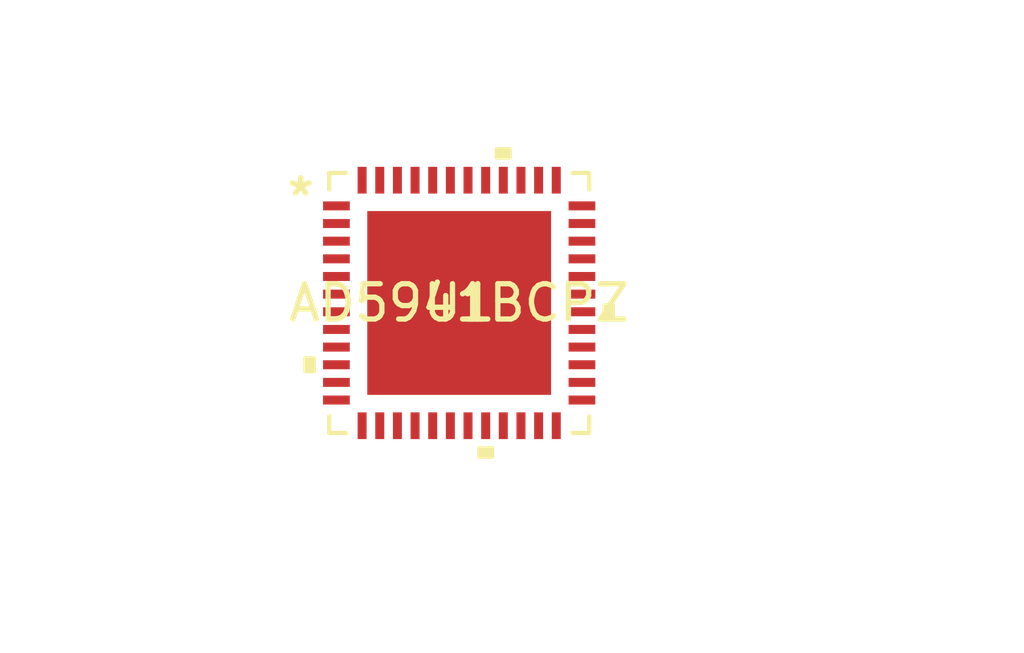
<source format=kicad_pcb>
(kicad_pcb (version 20171130) (host pcbnew "(5.1.12)-1")

  (general
    (thickness 1.6)
    (drawings 0)
    (tracks 0)
    (zones 0)
    (modules 1)
    (nets 50)
  )

  (page A4)
  (layers
    (0 F.Cu signal)
    (31 B.Cu signal)
    (32 B.Adhes user)
    (33 F.Adhes user)
    (34 B.Paste user)
    (35 F.Paste user)
    (36 B.SilkS user)
    (37 F.SilkS user)
    (38 B.Mask user)
    (39 F.Mask user)
    (40 Dwgs.User user)
    (41 Cmts.User user)
    (42 Eco1.User user)
    (43 Eco2.User user)
    (44 Edge.Cuts user)
    (45 Margin user)
    (46 B.CrtYd user)
    (47 F.CrtYd user)
    (48 B.Fab user)
    (49 F.Fab user)
  )

  (setup
    (last_trace_width 0.25)
    (trace_clearance 0.2)
    (zone_clearance 0.508)
    (zone_45_only no)
    (trace_min 0.2)
    (via_size 0.8)
    (via_drill 0.4)
    (via_min_size 0.4)
    (via_min_drill 0.3)
    (uvia_size 0.3)
    (uvia_drill 0.1)
    (uvias_allowed no)
    (uvia_min_size 0.2)
    (uvia_min_drill 0.1)
    (edge_width 0.05)
    (segment_width 0.2)
    (pcb_text_width 0.3)
    (pcb_text_size 1.5 1.5)
    (mod_edge_width 0.12)
    (mod_text_size 1 1)
    (mod_text_width 0.15)
    (pad_size 1.524 1.524)
    (pad_drill 0.762)
    (pad_to_mask_clearance 0)
    (aux_axis_origin 0 0)
    (visible_elements FFFFFF7F)
    (pcbplotparams
      (layerselection 0x010fc_ffffffff)
      (usegerberextensions false)
      (usegerberattributes true)
      (usegerberadvancedattributes true)
      (creategerberjobfile true)
      (excludeedgelayer true)
      (linewidth 0.100000)
      (plotframeref false)
      (viasonmask false)
      (mode 1)
      (useauxorigin false)
      (hpglpennumber 1)
      (hpglpenspeed 20)
      (hpglpendiameter 15.000000)
      (psnegative false)
      (psa4output false)
      (plotreference true)
      (plotvalue true)
      (plotinvisibletext false)
      (padsonsilk false)
      (subtractmaskfromsilk false)
      (outputformat 1)
      (mirror false)
      (drillshape 1)
      (scaleselection 1)
      (outputdirectory ""))
  )

  (net 0 "")
  (net 1 "Net-(U1-Pad49)")
  (net 2 "Net-(U1-Pad48)")
  (net 3 "Net-(U1-Pad47)")
  (net 4 "Net-(U1-Pad46)")
  (net 5 "Net-(U1-Pad45)")
  (net 6 "Net-(U1-Pad44)")
  (net 7 "Net-(U1-Pad43)")
  (net 8 "Net-(U1-Pad42)")
  (net 9 "Net-(U1-Pad41)")
  (net 10 "Net-(U1-Pad40)")
  (net 11 "Net-(U1-Pad39)")
  (net 12 "Net-(U1-Pad38)")
  (net 13 "Net-(U1-Pad37)")
  (net 14 "Net-(U1-Pad36)")
  (net 15 "Net-(U1-Pad35)")
  (net 16 "Net-(U1-Pad34)")
  (net 17 "Net-(U1-Pad33)")
  (net 18 "Net-(U1-Pad32)")
  (net 19 "Net-(U1-Pad31)")
  (net 20 "Net-(U1-Pad30)")
  (net 21 "Net-(U1-Pad29)")
  (net 22 "Net-(U1-Pad28)")
  (net 23 "Net-(U1-Pad27)")
  (net 24 "Net-(U1-Pad26)")
  (net 25 "Net-(U1-Pad25)")
  (net 26 "Net-(U1-Pad24)")
  (net 27 "Net-(U1-Pad23)")
  (net 28 "Net-(U1-Pad22)")
  (net 29 "Net-(U1-Pad21)")
  (net 30 "Net-(U1-Pad20)")
  (net 31 "Net-(U1-Pad19)")
  (net 32 "Net-(U1-Pad18)")
  (net 33 "Net-(U1-Pad17)")
  (net 34 "Net-(U1-Pad16)")
  (net 35 "Net-(U1-Pad15)")
  (net 36 "Net-(U1-Pad14)")
  (net 37 "Net-(U1-Pad13)")
  (net 38 "Net-(U1-Pad12)")
  (net 39 "Net-(U1-Pad11)")
  (net 40 "Net-(U1-Pad10)")
  (net 41 "Net-(U1-Pad9)")
  (net 42 "Net-(U1-Pad8)")
  (net 43 "Net-(U1-Pad7)")
  (net 44 "Net-(U1-Pad6)")
  (net 45 "Net-(U1-Pad5)")
  (net 46 "Net-(U1-Pad4)")
  (net 47 "Net-(U1-Pad3)")
  (net 48 "Net-(U1-Pad2)")
  (net 49 "Net-(U1-Pad1)")

  (net_class Default "This is the default net class."
    (clearance 0.2)
    (trace_width 0.25)
    (via_dia 0.8)
    (via_drill 0.4)
    (uvia_dia 0.3)
    (uvia_drill 0.1)
    (add_net "Net-(U1-Pad1)")
    (add_net "Net-(U1-Pad10)")
    (add_net "Net-(U1-Pad11)")
    (add_net "Net-(U1-Pad12)")
    (add_net "Net-(U1-Pad13)")
    (add_net "Net-(U1-Pad14)")
    (add_net "Net-(U1-Pad15)")
    (add_net "Net-(U1-Pad16)")
    (add_net "Net-(U1-Pad17)")
    (add_net "Net-(U1-Pad18)")
    (add_net "Net-(U1-Pad19)")
    (add_net "Net-(U1-Pad2)")
    (add_net "Net-(U1-Pad20)")
    (add_net "Net-(U1-Pad21)")
    (add_net "Net-(U1-Pad22)")
    (add_net "Net-(U1-Pad23)")
    (add_net "Net-(U1-Pad24)")
    (add_net "Net-(U1-Pad25)")
    (add_net "Net-(U1-Pad26)")
    (add_net "Net-(U1-Pad27)")
    (add_net "Net-(U1-Pad28)")
    (add_net "Net-(U1-Pad29)")
    (add_net "Net-(U1-Pad3)")
    (add_net "Net-(U1-Pad30)")
    (add_net "Net-(U1-Pad31)")
    (add_net "Net-(U1-Pad32)")
    (add_net "Net-(U1-Pad33)")
    (add_net "Net-(U1-Pad34)")
    (add_net "Net-(U1-Pad35)")
    (add_net "Net-(U1-Pad36)")
    (add_net "Net-(U1-Pad37)")
    (add_net "Net-(U1-Pad38)")
    (add_net "Net-(U1-Pad39)")
    (add_net "Net-(U1-Pad4)")
    (add_net "Net-(U1-Pad40)")
    (add_net "Net-(U1-Pad41)")
    (add_net "Net-(U1-Pad42)")
    (add_net "Net-(U1-Pad43)")
    (add_net "Net-(U1-Pad44)")
    (add_net "Net-(U1-Pad45)")
    (add_net "Net-(U1-Pad46)")
    (add_net "Net-(U1-Pad47)")
    (add_net "Net-(U1-Pad48)")
    (add_net "Net-(U1-Pad49)")
    (add_net "Net-(U1-Pad5)")
    (add_net "Net-(U1-Pad6)")
    (add_net "Net-(U1-Pad7)")
    (add_net "Net-(U1-Pad8)")
    (add_net "Net-(U1-Pad9)")
  )

  (module AD5941:AD5941BCPZ (layer F.Cu) (tedit 0) (tstamp 638A99B8)
    (at 100.33 64.77)
    (path /638B25D9)
    (fp_text reference U1 (at 0 0) (layer F.SilkS)
      (effects (font (size 1 1) (thickness 0.15)))
    )
    (fp_text value AD5941BCPZ (at 0 0) (layer F.SilkS)
      (effects (font (size 1 1) (thickness 0.15)))
    )
    (fp_text user * (at -3.0988 -3) (layer F.Fab)
      (effects (font (size 1 1) (thickness 0.15)))
    )
    (fp_text user * (at -4.491 -3) (layer F.SilkS)
      (effects (font (size 1 1) (thickness 0.15)))
    )
    (fp_text user 0.205in/5.207mm (at 5.6515 -0.635) (layer Cmts.User)
      (effects (font (size 1 1) (thickness 0.15)))
    )
    (fp_text user 0.205in/5.207mm (at 0 5.6515) (layer Cmts.User)
      (effects (font (size 1 1) (thickness 0.15)))
    )
    (fp_text user 0.274in/6.955mm (at 9.065399 0.635) (layer Cmts.User)
      (effects (font (size 1 1) (thickness 0.15)))
    )
    (fp_text user 0.274in/6.955mm (at 0 9.065399) (layer Cmts.User)
      (effects (font (size 1 1) (thickness 0.15)))
    )
    (fp_text user 0.01in/0.255mm (at -6.5254 3.4774) (layer Cmts.User)
      (effects (font (size 1 1) (thickness 0.15)))
    )
    (fp_text user 0.03in/0.757mm (at -3.4774 -6.5254) (layer Cmts.User)
      (effects (font (size 1 1) (thickness 0.15)))
    )
    (fp_text user 0.02in/0.5mm (at -5.484 -2.5) (layer Cmts.User)
      (effects (font (size 1 1) (thickness 0.15)))
    )
    (fp_text user * (at -3.0988 -3) (layer F.Fab)
      (effects (font (size 1 1) (thickness 0.15)))
    )
    (fp_text user * (at -4.491 -3) (layer F.SilkS)
      (effects (font (size 1 1) (thickness 0.15)))
    )
    (fp_text user "Copyright 2021 Accelerated Designs. All rights reserved." (at 0 0) (layer Cmts.User)
      (effects (font (size 0.127 0.127) (thickness 0.002)))
    )
    (fp_line (start -3.81 3.81) (end -3.81 3.1314) (layer F.CrtYd) (width 0.05))
    (fp_line (start -3.81 3.1314) (end -4.11 3.1314) (layer F.CrtYd) (width 0.05))
    (fp_line (start -4.11 3.1314) (end -4.11 -3.1314) (layer F.CrtYd) (width 0.05))
    (fp_line (start -4.11 -3.1314) (end -3.81 -3.1314) (layer F.CrtYd) (width 0.05))
    (fp_line (start -3.81 -3.1314) (end -3.81 -3.81) (layer F.CrtYd) (width 0.05))
    (fp_line (start -3.81 -3.81) (end -3.1314 -3.81) (layer F.CrtYd) (width 0.05))
    (fp_line (start -3.1314 -3.81) (end -3.1314 -4.11) (layer F.CrtYd) (width 0.05))
    (fp_line (start -3.1314 -4.11) (end 3.1314 -4.11) (layer F.CrtYd) (width 0.05))
    (fp_line (start 3.1314 -4.11) (end 3.1314 -3.81) (layer F.CrtYd) (width 0.05))
    (fp_line (start 3.1314 -3.81) (end 3.81 -3.81) (layer F.CrtYd) (width 0.05))
    (fp_line (start 3.81 -3.81) (end 3.81 -3.1314) (layer F.CrtYd) (width 0.05))
    (fp_line (start 3.81 -3.1314) (end 4.11 -3.1314) (layer F.CrtYd) (width 0.05))
    (fp_line (start 4.11 -3.1314) (end 4.11 3.1314) (layer F.CrtYd) (width 0.05))
    (fp_line (start 4.11 3.1314) (end 3.81 3.1314) (layer F.CrtYd) (width 0.05))
    (fp_line (start 3.81 3.1314) (end 3.81 3.81) (layer F.CrtYd) (width 0.05))
    (fp_line (start 3.81 3.81) (end 3.1314 3.81) (layer F.CrtYd) (width 0.05))
    (fp_line (start 3.1314 3.81) (end 3.1314 4.11) (layer F.CrtYd) (width 0.05))
    (fp_line (start 3.1314 4.11) (end -3.1314 4.11) (layer F.CrtYd) (width 0.05))
    (fp_line (start -3.1314 4.11) (end -3.1314 3.81) (layer F.CrtYd) (width 0.05))
    (fp_line (start -3.1314 3.81) (end -3.81 3.81) (layer F.CrtYd) (width 0.05))
    (fp_line (start 3.4774 -2.75) (end 6.627 -2.75) (layer Cmts.User) (width 0.1))
    (fp_line (start 3.4774 -2.25) (end 6.627 -2.25) (layer Cmts.User) (width 0.1))
    (fp_line (start 6.246 -2.75) (end 6.246 -4.02) (layer Cmts.User) (width 0.1))
    (fp_line (start 6.246 -2.25) (end 6.246 -0.98) (layer Cmts.User) (width 0.1))
    (fp_line (start 6.246 -2.75) (end 6.119 -3.004) (layer Cmts.User) (width 0.1))
    (fp_line (start 6.246 -2.75) (end 6.373 -3.004) (layer Cmts.User) (width 0.1))
    (fp_line (start 6.119 -3.004) (end 6.373 -3.004) (layer Cmts.User) (width 0.1))
    (fp_line (start 6.246 -2.25) (end 6.119 -1.996) (layer Cmts.User) (width 0.1))
    (fp_line (start 6.246 -2.25) (end 6.373 -1.996) (layer Cmts.User) (width 0.1))
    (fp_line (start 6.119 -1.996) (end 6.373 -1.996) (layer Cmts.User) (width 0.1))
    (fp_line (start 3.0988 -2.75) (end 3.0988 -6.627) (layer Cmts.User) (width 0.1))
    (fp_line (start 3.556 -2.75) (end 3.556 -6.627) (layer Cmts.User) (width 0.1))
    (fp_line (start 3.0988 -6.246) (end 1.8288 -6.246) (layer Cmts.User) (width 0.1))
    (fp_line (start 3.556 -6.246) (end 4.826 -6.246) (layer Cmts.User) (width 0.1))
    (fp_line (start 3.0988 -6.246) (end 2.8448 -6.373) (layer Cmts.User) (width 0.1))
    (fp_line (start 3.0988 -6.246) (end 2.8448 -6.119) (layer Cmts.User) (width 0.1))
    (fp_line (start 2.8448 -6.373) (end 2.8448 -6.119) (layer Cmts.User) (width 0.1))
    (fp_line (start 3.556 -6.246) (end 3.81 -6.373) (layer Cmts.User) (width 0.1))
    (fp_line (start 3.556 -6.246) (end 3.81 -6.119) (layer Cmts.User) (width 0.1))
    (fp_line (start 3.81 -6.373) (end 3.81 -6.119) (layer Cmts.User) (width 0.1))
    (fp_line (start -3.556 -2.75) (end -3.556 -8.531999) (layer Cmts.User) (width 0.1))
    (fp_line (start 3.556 -2.75) (end 3.556 -8.531999) (layer Cmts.User) (width 0.1))
    (fp_line (start -3.556 -8.150999) (end 3.556 -8.150999) (layer Cmts.User) (width 0.1))
    (fp_line (start -3.556 -8.150999) (end -3.302 -8.277999) (layer Cmts.User) (width 0.1))
    (fp_line (start -3.556 -8.150999) (end -3.302 -8.023999) (layer Cmts.User) (width 0.1))
    (fp_line (start -3.302 -8.277999) (end -3.302 -8.023999) (layer Cmts.User) (width 0.1))
    (fp_line (start 3.556 -8.150999) (end 3.302 -8.277999) (layer Cmts.User) (width 0.1))
    (fp_line (start 3.556 -8.150999) (end 3.302 -8.023999) (layer Cmts.User) (width 0.1))
    (fp_line (start 3.302 -8.277999) (end 3.302 -8.023999) (layer Cmts.User) (width 0.1))
    (fp_line (start 2.75 -3.556) (end 8.531999 -3.556) (layer Cmts.User) (width 0.1))
    (fp_line (start 2.75 3.556) (end 8.531999 3.556) (layer Cmts.User) (width 0.1))
    (fp_line (start 8.150999 -3.556) (end 8.150999 3.556) (layer Cmts.User) (width 0.1))
    (fp_line (start 8.150999 -3.556) (end 8.023999 -3.302) (layer Cmts.User) (width 0.1))
    (fp_line (start 8.150999 -3.556) (end 8.277999 -3.302) (layer Cmts.User) (width 0.1))
    (fp_line (start 8.023999 -3.302) (end 8.277999 -3.302) (layer Cmts.User) (width 0.1))
    (fp_line (start 8.150999 3.556) (end 8.023999 3.302) (layer Cmts.User) (width 0.1))
    (fp_line (start 8.150999 3.556) (end 8.277999 3.302) (layer Cmts.User) (width 0.1))
    (fp_line (start 8.023999 3.302) (end 8.277999 3.302) (layer Cmts.User) (width 0.1))
    (fp_line (start 3.556 -3.556) (end -7.261999 -3.556) (layer Cmts.User) (width 0.1))
    (fp_line (start 3.556 3.556) (end -7.261999 3.556) (layer Cmts.User) (width 0.1))
    (fp_line (start -6.880999 -3.556) (end -6.880999 3.556) (layer Cmts.User) (width 0.1))
    (fp_line (start -6.880999 -3.556) (end -7.007999 -3.302) (layer Cmts.User) (width 0.1))
    (fp_line (start -6.880999 -3.556) (end -6.753999 -3.302) (layer Cmts.User) (width 0.1))
    (fp_line (start -7.007999 -3.302) (end -6.753999 -3.302) (layer Cmts.User) (width 0.1))
    (fp_line (start -6.880999 3.556) (end -7.007999 3.302) (layer Cmts.User) (width 0.1))
    (fp_line (start -6.880999 3.556) (end -6.753999 3.302) (layer Cmts.User) (width 0.1))
    (fp_line (start -7.007999 3.302) (end -6.753999 3.302) (layer Cmts.User) (width 0.1))
    (fp_line (start -3.556 -3.556) (end -3.556 7.261999) (layer Cmts.User) (width 0.1))
    (fp_line (start 3.556 -3.556) (end 3.556 7.261999) (layer Cmts.User) (width 0.1))
    (fp_line (start -3.556 6.880999) (end 3.556 6.880999) (layer Cmts.User) (width 0.1))
    (fp_line (start -3.556 6.880999) (end -3.302 6.753999) (layer Cmts.User) (width 0.1))
    (fp_line (start -3.556 6.880999) (end -3.302 7.007999) (layer Cmts.User) (width 0.1))
    (fp_line (start -3.302 6.753999) (end -3.302 7.007999) (layer Cmts.User) (width 0.1))
    (fp_line (start 3.556 6.880999) (end 3.302 6.753999) (layer Cmts.User) (width 0.1))
    (fp_line (start 3.556 6.880999) (end 3.302 7.007999) (layer Cmts.User) (width 0.1))
    (fp_line (start 3.302 6.753999) (end 3.302 7.007999) (layer Cmts.User) (width 0.1))
    (fp_line (start -3.556 -2.286) (end -2.286 -3.556) (layer F.Fab) (width 0.1))
    (fp_line (start 2.5976 -3.556) (end 2.9024 -3.556) (layer F.Fab) (width 0.1))
    (fp_line (start 2.9024 -3.556) (end 2.9024 -3.556) (layer F.Fab) (width 0.1))
    (fp_line (start 2.9024 -3.556) (end 2.5976 -3.556) (layer F.Fab) (width 0.1))
    (fp_line (start 2.5976 -3.556) (end 2.5976 -3.556) (layer F.Fab) (width 0.1))
    (fp_line (start 2.0976 -3.556) (end 2.4024 -3.556) (layer F.Fab) (width 0.1))
    (fp_line (start 2.4024 -3.556) (end 2.4024 -3.556) (layer F.Fab) (width 0.1))
    (fp_line (start 2.4024 -3.556) (end 2.0976 -3.556) (layer F.Fab) (width 0.1))
    (fp_line (start 2.0976 -3.556) (end 2.0976 -3.556) (layer F.Fab) (width 0.1))
    (fp_line (start 1.5976 -3.556) (end 1.9024 -3.556) (layer F.Fab) (width 0.1))
    (fp_line (start 1.9024 -3.556) (end 1.9024 -3.556) (layer F.Fab) (width 0.1))
    (fp_line (start 1.9024 -3.556) (end 1.5976 -3.556) (layer F.Fab) (width 0.1))
    (fp_line (start 1.5976 -3.556) (end 1.5976 -3.556) (layer F.Fab) (width 0.1))
    (fp_line (start 1.0976 -3.556) (end 1.4024 -3.556) (layer F.Fab) (width 0.1))
    (fp_line (start 1.4024 -3.556) (end 1.4024 -3.556) (layer F.Fab) (width 0.1))
    (fp_line (start 1.4024 -3.556) (end 1.0976 -3.556) (layer F.Fab) (width 0.1))
    (fp_line (start 1.0976 -3.556) (end 1.0976 -3.556) (layer F.Fab) (width 0.1))
    (fp_line (start 0.5976 -3.556) (end 0.9024 -3.556) (layer F.Fab) (width 0.1))
    (fp_line (start 0.9024 -3.556) (end 0.9024 -3.556) (layer F.Fab) (width 0.1))
    (fp_line (start 0.9024 -3.556) (end 0.5976 -3.556) (layer F.Fab) (width 0.1))
    (fp_line (start 0.5976 -3.556) (end 0.5976 -3.556) (layer F.Fab) (width 0.1))
    (fp_line (start 0.0976 -3.556) (end 0.4024 -3.556) (layer F.Fab) (width 0.1))
    (fp_line (start 0.4024 -3.556) (end 0.4024 -3.556) (layer F.Fab) (width 0.1))
    (fp_line (start 0.4024 -3.556) (end 0.0976 -3.556) (layer F.Fab) (width 0.1))
    (fp_line (start 0.0976 -3.556) (end 0.0976 -3.556) (layer F.Fab) (width 0.1))
    (fp_line (start -0.4024 -3.556) (end -0.0976 -3.556) (layer F.Fab) (width 0.1))
    (fp_line (start -0.0976 -3.556) (end -0.0976 -3.556) (layer F.Fab) (width 0.1))
    (fp_line (start -0.0976 -3.556) (end -0.4024 -3.556) (layer F.Fab) (width 0.1))
    (fp_line (start -0.4024 -3.556) (end -0.4024 -3.556) (layer F.Fab) (width 0.1))
    (fp_line (start -0.9024 -3.556) (end -0.5976 -3.556) (layer F.Fab) (width 0.1))
    (fp_line (start -0.5976 -3.556) (end -0.5976 -3.556) (layer F.Fab) (width 0.1))
    (fp_line (start -0.5976 -3.556) (end -0.9024 -3.556) (layer F.Fab) (width 0.1))
    (fp_line (start -0.9024 -3.556) (end -0.9024 -3.556) (layer F.Fab) (width 0.1))
    (fp_line (start -1.4024 -3.556) (end -1.0976 -3.556) (layer F.Fab) (width 0.1))
    (fp_line (start -1.0976 -3.556) (end -1.0976 -3.556) (layer F.Fab) (width 0.1))
    (fp_line (start -1.0976 -3.556) (end -1.4024 -3.556) (layer F.Fab) (width 0.1))
    (fp_line (start -1.4024 -3.556) (end -1.4024 -3.556) (layer F.Fab) (width 0.1))
    (fp_line (start -1.9024 -3.556) (end -1.5976 -3.556) (layer F.Fab) (width 0.1))
    (fp_line (start -1.5976 -3.556) (end -1.5976 -3.556) (layer F.Fab) (width 0.1))
    (fp_line (start -1.5976 -3.556) (end -1.9024 -3.556) (layer F.Fab) (width 0.1))
    (fp_line (start -1.9024 -3.556) (end -1.9024 -3.556) (layer F.Fab) (width 0.1))
    (fp_line (start -2.4024 -3.556) (end -2.0976 -3.556) (layer F.Fab) (width 0.1))
    (fp_line (start -2.0976 -3.556) (end -2.0976 -3.556) (layer F.Fab) (width 0.1))
    (fp_line (start -2.0976 -3.556) (end -2.4024 -3.556) (layer F.Fab) (width 0.1))
    (fp_line (start -2.4024 -3.556) (end -2.4024 -3.556) (layer F.Fab) (width 0.1))
    (fp_line (start -2.9024 -3.556) (end -2.5976 -3.556) (layer F.Fab) (width 0.1))
    (fp_line (start -2.5976 -3.556) (end -2.5976 -3.556) (layer F.Fab) (width 0.1))
    (fp_line (start -2.5976 -3.556) (end -2.9024 -3.556) (layer F.Fab) (width 0.1))
    (fp_line (start -2.9024 -3.556) (end -2.9024 -3.556) (layer F.Fab) (width 0.1))
    (fp_line (start -3.556 -2.5976) (end -3.556 -2.9024) (layer F.Fab) (width 0.1))
    (fp_line (start -3.556 -2.9024) (end -3.556 -2.9024) (layer F.Fab) (width 0.1))
    (fp_line (start -3.556 -2.9024) (end -3.556 -2.5976) (layer F.Fab) (width 0.1))
    (fp_line (start -3.556 -2.5976) (end -3.556 -2.5976) (layer F.Fab) (width 0.1))
    (fp_line (start -3.556 -2.0976) (end -3.556 -2.4024) (layer F.Fab) (width 0.1))
    (fp_line (start -3.556 -2.4024) (end -3.556 -2.4024) (layer F.Fab) (width 0.1))
    (fp_line (start -3.556 -2.4024) (end -3.556 -2.0976) (layer F.Fab) (width 0.1))
    (fp_line (start -3.556 -2.0976) (end -3.556 -2.0976) (layer F.Fab) (width 0.1))
    (fp_line (start -3.556 -1.5976) (end -3.556 -1.9024) (layer F.Fab) (width 0.1))
    (fp_line (start -3.556 -1.9024) (end -3.556 -1.9024) (layer F.Fab) (width 0.1))
    (fp_line (start -3.556 -1.9024) (end -3.556 -1.5976) (layer F.Fab) (width 0.1))
    (fp_line (start -3.556 -1.5976) (end -3.556 -1.5976) (layer F.Fab) (width 0.1))
    (fp_line (start -3.556 -1.0976) (end -3.556 -1.4024) (layer F.Fab) (width 0.1))
    (fp_line (start -3.556 -1.4024) (end -3.556 -1.4024) (layer F.Fab) (width 0.1))
    (fp_line (start -3.556 -1.4024) (end -3.556 -1.0976) (layer F.Fab) (width 0.1))
    (fp_line (start -3.556 -1.0976) (end -3.556 -1.0976) (layer F.Fab) (width 0.1))
    (fp_line (start -3.556 -0.5976) (end -3.556 -0.9024) (layer F.Fab) (width 0.1))
    (fp_line (start -3.556 -0.9024) (end -3.556 -0.9024) (layer F.Fab) (width 0.1))
    (fp_line (start -3.556 -0.9024) (end -3.556 -0.5976) (layer F.Fab) (width 0.1))
    (fp_line (start -3.556 -0.5976) (end -3.556 -0.5976) (layer F.Fab) (width 0.1))
    (fp_line (start -3.556 -0.0976) (end -3.556 -0.4024) (layer F.Fab) (width 0.1))
    (fp_line (start -3.556 -0.4024) (end -3.556 -0.4024) (layer F.Fab) (width 0.1))
    (fp_line (start -3.556 -0.4024) (end -3.556 -0.0976) (layer F.Fab) (width 0.1))
    (fp_line (start -3.556 -0.0976) (end -3.556 -0.0976) (layer F.Fab) (width 0.1))
    (fp_line (start -3.556 0.4024) (end -3.556 0.0976) (layer F.Fab) (width 0.1))
    (fp_line (start -3.556 0.0976) (end -3.556 0.0976) (layer F.Fab) (width 0.1))
    (fp_line (start -3.556 0.0976) (end -3.556 0.4024) (layer F.Fab) (width 0.1))
    (fp_line (start -3.556 0.4024) (end -3.556 0.4024) (layer F.Fab) (width 0.1))
    (fp_line (start -3.556 0.9024) (end -3.556 0.5976) (layer F.Fab) (width 0.1))
    (fp_line (start -3.556 0.5976) (end -3.556 0.5976) (layer F.Fab) (width 0.1))
    (fp_line (start -3.556 0.5976) (end -3.556 0.9024) (layer F.Fab) (width 0.1))
    (fp_line (start -3.556 0.9024) (end -3.556 0.9024) (layer F.Fab) (width 0.1))
    (fp_line (start -3.556 1.4024) (end -3.556 1.0976) (layer F.Fab) (width 0.1))
    (fp_line (start -3.556 1.0976) (end -3.556 1.0976) (layer F.Fab) (width 0.1))
    (fp_line (start -3.556 1.0976) (end -3.556 1.4024) (layer F.Fab) (width 0.1))
    (fp_line (start -3.556 1.4024) (end -3.556 1.4024) (layer F.Fab) (width 0.1))
    (fp_line (start -3.556 1.9024) (end -3.556 1.5976) (layer F.Fab) (width 0.1))
    (fp_line (start -3.556 1.5976) (end -3.556 1.5976) (layer F.Fab) (width 0.1))
    (fp_line (start -3.556 1.5976) (end -3.556 1.9024) (layer F.Fab) (width 0.1))
    (fp_line (start -3.556 1.9024) (end -3.556 1.9024) (layer F.Fab) (width 0.1))
    (fp_line (start -3.556 2.4024) (end -3.556 2.0976) (layer F.Fab) (width 0.1))
    (fp_line (start -3.556 2.0976) (end -3.556 2.0976) (layer F.Fab) (width 0.1))
    (fp_line (start -3.556 2.0976) (end -3.556 2.4024) (layer F.Fab) (width 0.1))
    (fp_line (start -3.556 2.4024) (end -3.556 2.4024) (layer F.Fab) (width 0.1))
    (fp_line (start -3.556 2.9024) (end -3.556 2.5976) (layer F.Fab) (width 0.1))
    (fp_line (start -3.556 2.5976) (end -3.556 2.5976) (layer F.Fab) (width 0.1))
    (fp_line (start -3.556 2.5976) (end -3.556 2.9024) (layer F.Fab) (width 0.1))
    (fp_line (start -3.556 2.9024) (end -3.556 2.9024) (layer F.Fab) (width 0.1))
    (fp_line (start -2.5976 3.556) (end -2.9024 3.556) (layer F.Fab) (width 0.1))
    (fp_line (start -2.9024 3.556) (end -2.9024 3.556) (layer F.Fab) (width 0.1))
    (fp_line (start -2.9024 3.556) (end -2.5976 3.556) (layer F.Fab) (width 0.1))
    (fp_line (start -2.5976 3.556) (end -2.5976 3.556) (layer F.Fab) (width 0.1))
    (fp_line (start -2.0976 3.556) (end -2.4024 3.556) (layer F.Fab) (width 0.1))
    (fp_line (start -2.4024 3.556) (end -2.4024 3.556) (layer F.Fab) (width 0.1))
    (fp_line (start -2.4024 3.556) (end -2.0976 3.556) (layer F.Fab) (width 0.1))
    (fp_line (start -2.0976 3.556) (end -2.0976 3.556) (layer F.Fab) (width 0.1))
    (fp_line (start -1.5976 3.556) (end -1.9024 3.556) (layer F.Fab) (width 0.1))
    (fp_line (start -1.9024 3.556) (end -1.9024 3.556) (layer F.Fab) (width 0.1))
    (fp_line (start -1.9024 3.556) (end -1.5976 3.556) (layer F.Fab) (width 0.1))
    (fp_line (start -1.5976 3.556) (end -1.5976 3.556) (layer F.Fab) (width 0.1))
    (fp_line (start -1.0976 3.556) (end -1.4024 3.556) (layer F.Fab) (width 0.1))
    (fp_line (start -1.4024 3.556) (end -1.4024 3.556) (layer F.Fab) (width 0.1))
    (fp_line (start -1.4024 3.556) (end -1.0976 3.556) (layer F.Fab) (width 0.1))
    (fp_line (start -1.0976 3.556) (end -1.0976 3.556) (layer F.Fab) (width 0.1))
    (fp_line (start -0.5976 3.556) (end -0.9024 3.556) (layer F.Fab) (width 0.1))
    (fp_line (start -0.9024 3.556) (end -0.9024 3.556) (layer F.Fab) (width 0.1))
    (fp_line (start -0.9024 3.556) (end -0.5976 3.556) (layer F.Fab) (width 0.1))
    (fp_line (start -0.5976 3.556) (end -0.5976 3.556) (layer F.Fab) (width 0.1))
    (fp_line (start -0.0976 3.556) (end -0.4024 3.556) (layer F.Fab) (width 0.1))
    (fp_line (start -0.4024 3.556) (end -0.4024 3.556) (layer F.Fab) (width 0.1))
    (fp_line (start -0.4024 3.556) (end -0.0976 3.556) (layer F.Fab) (width 0.1))
    (fp_line (start -0.0976 3.556) (end -0.0976 3.556) (layer F.Fab) (width 0.1))
    (fp_line (start 0.4024 3.556) (end 0.0976 3.556) (layer F.Fab) (width 0.1))
    (fp_line (start 0.0976 3.556) (end 0.0976 3.556) (layer F.Fab) (width 0.1))
    (fp_line (start 0.0976 3.556) (end 0.4024 3.556) (layer F.Fab) (width 0.1))
    (fp_line (start 0.4024 3.556) (end 0.4024 3.556) (layer F.Fab) (width 0.1))
    (fp_line (start 0.9024 3.556) (end 0.5976 3.556) (layer F.Fab) (width 0.1))
    (fp_line (start 0.5976 3.556) (end 0.5976 3.556) (layer F.Fab) (width 0.1))
    (fp_line (start 0.5976 3.556) (end 0.9024 3.556) (layer F.Fab) (width 0.1))
    (fp_line (start 0.9024 3.556) (end 0.9024 3.556) (layer F.Fab) (width 0.1))
    (fp_line (start 1.4024 3.556) (end 1.0976 3.556) (layer F.Fab) (width 0.1))
    (fp_line (start 1.0976 3.556) (end 1.0976 3.556) (layer F.Fab) (width 0.1))
    (fp_line (start 1.0976 3.556) (end 1.4024 3.556) (layer F.Fab) (width 0.1))
    (fp_line (start 1.4024 3.556) (end 1.4024 3.556) (layer F.Fab) (width 0.1))
    (fp_line (start 1.9024 3.556) (end 1.5976 3.556) (layer F.Fab) (width 0.1))
    (fp_line (start 1.5976 3.556) (end 1.5976 3.556) (layer F.Fab) (width 0.1))
    (fp_line (start 1.5976 3.556) (end 1.9024 3.556) (layer F.Fab) (width 0.1))
    (fp_line (start 1.9024 3.556) (end 1.9024 3.556) (layer F.Fab) (width 0.1))
    (fp_line (start 2.4024 3.556) (end 2.0976 3.556) (layer F.Fab) (width 0.1))
    (fp_line (start 2.0976 3.556) (end 2.0976 3.556) (layer F.Fab) (width 0.1))
    (fp_line (start 2.0976 3.556) (end 2.4024 3.556) (layer F.Fab) (width 0.1))
    (fp_line (start 2.4024 3.556) (end 2.4024 3.556) (layer F.Fab) (width 0.1))
    (fp_line (start 2.9024 3.556) (end 2.5976 3.556) (layer F.Fab) (width 0.1))
    (fp_line (start 2.5976 3.556) (end 2.5976 3.556) (layer F.Fab) (width 0.1))
    (fp_line (start 2.5976 3.556) (end 2.9024 3.556) (layer F.Fab) (width 0.1))
    (fp_line (start 2.9024 3.556) (end 2.9024 3.556) (layer F.Fab) (width 0.1))
    (fp_line (start 3.556 2.5976) (end 3.556 2.9024) (layer F.Fab) (width 0.1))
    (fp_line (start 3.556 2.9024) (end 3.556 2.9024) (layer F.Fab) (width 0.1))
    (fp_line (start 3.556 2.9024) (end 3.556 2.5976) (layer F.Fab) (width 0.1))
    (fp_line (start 3.556 2.5976) (end 3.556 2.5976) (layer F.Fab) (width 0.1))
    (fp_line (start 3.556 2.0976) (end 3.556 2.4024) (layer F.Fab) (width 0.1))
    (fp_line (start 3.556 2.4024) (end 3.556 2.4024) (layer F.Fab) (width 0.1))
    (fp_line (start 3.556 2.4024) (end 3.556 2.0976) (layer F.Fab) (width 0.1))
    (fp_line (start 3.556 2.0976) (end 3.556 2.0976) (layer F.Fab) (width 0.1))
    (fp_line (start 3.556 1.5976) (end 3.556 1.9024) (layer F.Fab) (width 0.1))
    (fp_line (start 3.556 1.9024) (end 3.556 1.9024) (layer F.Fab) (width 0.1))
    (fp_line (start 3.556 1.9024) (end 3.556 1.5976) (layer F.Fab) (width 0.1))
    (fp_line (start 3.556 1.5976) (end 3.556 1.5976) (layer F.Fab) (width 0.1))
    (fp_line (start 3.556 1.0976) (end 3.556 1.4024) (layer F.Fab) (width 0.1))
    (fp_line (start 3.556 1.4024) (end 3.556 1.4024) (layer F.Fab) (width 0.1))
    (fp_line (start 3.556 1.4024) (end 3.556 1.0976) (layer F.Fab) (width 0.1))
    (fp_line (start 3.556 1.0976) (end 3.556 1.0976) (layer F.Fab) (width 0.1))
    (fp_line (start 3.556 0.5976) (end 3.556 0.9024) (layer F.Fab) (width 0.1))
    (fp_line (start 3.556 0.9024) (end 3.556 0.9024) (layer F.Fab) (width 0.1))
    (fp_line (start 3.556 0.9024) (end 3.556 0.5976) (layer F.Fab) (width 0.1))
    (fp_line (start 3.556 0.5976) (end 3.556 0.5976) (layer F.Fab) (width 0.1))
    (fp_line (start 3.556 0.0976) (end 3.556 0.4024) (layer F.Fab) (width 0.1))
    (fp_line (start 3.556 0.4024) (end 3.556 0.4024) (layer F.Fab) (width 0.1))
    (fp_line (start 3.556 0.4024) (end 3.556 0.0976) (layer F.Fab) (width 0.1))
    (fp_line (start 3.556 0.0976) (end 3.556 0.0976) (layer F.Fab) (width 0.1))
    (fp_line (start 3.556 -0.4024) (end 3.556 -0.0976) (layer F.Fab) (width 0.1))
    (fp_line (start 3.556 -0.0976) (end 3.556 -0.0976) (layer F.Fab) (width 0.1))
    (fp_line (start 3.556 -0.0976) (end 3.556 -0.4024) (layer F.Fab) (width 0.1))
    (fp_line (start 3.556 -0.4024) (end 3.556 -0.4024) (layer F.Fab) (width 0.1))
    (fp_line (start 3.556 -0.9024) (end 3.556 -0.5976) (layer F.Fab) (width 0.1))
    (fp_line (start 3.556 -0.5976) (end 3.556 -0.5976) (layer F.Fab) (width 0.1))
    (fp_line (start 3.556 -0.5976) (end 3.556 -0.9024) (layer F.Fab) (width 0.1))
    (fp_line (start 3.556 -0.9024) (end 3.556 -0.9024) (layer F.Fab) (width 0.1))
    (fp_line (start 3.556 -1.4024) (end 3.556 -1.0976) (layer F.Fab) (width 0.1))
    (fp_line (start 3.556 -1.0976) (end 3.556 -1.0976) (layer F.Fab) (width 0.1))
    (fp_line (start 3.556 -1.0976) (end 3.556 -1.4024) (layer F.Fab) (width 0.1))
    (fp_line (start 3.556 -1.4024) (end 3.556 -1.4024) (layer F.Fab) (width 0.1))
    (fp_line (start 3.556 -1.9024) (end 3.556 -1.5976) (layer F.Fab) (width 0.1))
    (fp_line (start 3.556 -1.5976) (end 3.556 -1.5976) (layer F.Fab) (width 0.1))
    (fp_line (start 3.556 -1.5976) (end 3.556 -1.9024) (layer F.Fab) (width 0.1))
    (fp_line (start 3.556 -1.9024) (end 3.556 -1.9024) (layer F.Fab) (width 0.1))
    (fp_line (start 3.556 -2.4024) (end 3.556 -2.0976) (layer F.Fab) (width 0.1))
    (fp_line (start 3.556 -2.0976) (end 3.556 -2.0976) (layer F.Fab) (width 0.1))
    (fp_line (start 3.556 -2.0976) (end 3.556 -2.4024) (layer F.Fab) (width 0.1))
    (fp_line (start 3.556 -2.4024) (end 3.556 -2.4024) (layer F.Fab) (width 0.1))
    (fp_line (start 3.556 -2.9024) (end 3.556 -2.5976) (layer F.Fab) (width 0.1))
    (fp_line (start 3.556 -2.5976) (end 3.556 -2.5976) (layer F.Fab) (width 0.1))
    (fp_line (start 3.556 -2.5976) (end 3.556 -2.9024) (layer F.Fab) (width 0.1))
    (fp_line (start 3.556 -2.9024) (end 3.556 -2.9024) (layer F.Fab) (width 0.1))
    (fp_line (start -3.683 3.683) (end -3.21014 3.683) (layer F.SilkS) (width 0.12))
    (fp_line (start 3.683 3.683) (end 3.683 3.21014) (layer F.SilkS) (width 0.12))
    (fp_line (start 3.683 -3.683) (end 3.21014 -3.683) (layer F.SilkS) (width 0.12))
    (fp_line (start -3.683 -3.683) (end -3.683 -3.21014) (layer F.SilkS) (width 0.12))
    (fp_line (start -3.683 3.21014) (end -3.683 3.683) (layer F.SilkS) (width 0.12))
    (fp_line (start -3.556 3.556) (end 3.556 3.556) (layer F.Fab) (width 0.1))
    (fp_line (start 3.556 3.556) (end 3.556 3.556) (layer F.Fab) (width 0.1))
    (fp_line (start 3.556 3.556) (end 3.556 -3.556) (layer F.Fab) (width 0.1))
    (fp_line (start 3.556 -3.556) (end 3.556 -3.556) (layer F.Fab) (width 0.1))
    (fp_line (start 3.556 -3.556) (end -3.556 -3.556) (layer F.Fab) (width 0.1))
    (fp_line (start -3.556 -3.556) (end -3.556 -3.556) (layer F.Fab) (width 0.1))
    (fp_line (start -3.556 -3.556) (end -3.556 3.556) (layer F.Fab) (width 0.1))
    (fp_line (start -3.556 3.556) (end -3.556 3.556) (layer F.Fab) (width 0.1))
    (fp_line (start 3.21014 3.683) (end 3.683 3.683) (layer F.SilkS) (width 0.12))
    (fp_line (start 3.683 -3.21014) (end 3.683 -3.683) (layer F.SilkS) (width 0.12))
    (fp_line (start -3.21014 -3.683) (end -3.683 -3.683) (layer F.SilkS) (width 0.12))
    (fp_poly (pts (xy -4.363999 1.559499) (xy -4.363999 1.940499) (xy -4.109999 1.940499) (xy -4.109999 1.559499)) (layer F.SilkS) (width 0.1))
    (fp_poly (pts (xy 0.559501 4.109999) (xy 0.559501 4.363999) (xy 0.940501 4.363999) (xy 0.940501 4.109999)) (layer F.SilkS) (width 0.1))
    (fp_poly (pts (xy 4.363999 0.059499) (xy 4.363999 0.4405) (xy 4.109999 0.4405) (xy 4.109999 0.059499)) (layer F.SilkS) (width 0.1))
    (fp_poly (pts (xy 1.0595 -4.109999) (xy 1.0595 -4.363999) (xy 1.4405 -4.363999) (xy 1.4405 -4.109999)) (layer F.SilkS) (width 0.1))
    (fp_poly (pts (xy -2.5035 -2.5035) (xy -2.5035 -1.40175) (xy -1.40175 -1.40175) (xy -1.40175 -2.5035)) (layer F.Paste) (width 0.1))
    (fp_poly (pts (xy -2.5035 -1.20175) (xy -2.5035 -0.1) (xy -1.40175 -0.1) (xy -1.40175 -1.20175)) (layer F.Paste) (width 0.1))
    (fp_poly (pts (xy -2.5035 0.1) (xy -2.5035 1.20175) (xy -1.40175 1.20175) (xy -1.40175 0.1)) (layer F.Paste) (width 0.1))
    (fp_poly (pts (xy -2.5035 1.40175) (xy -2.5035 2.5035) (xy -1.40175 2.5035) (xy -1.40175 1.40175)) (layer F.Paste) (width 0.1))
    (fp_poly (pts (xy -1.20175 -2.5035) (xy -1.20175 -1.40175) (xy -0.1 -1.40175) (xy -0.1 -2.5035)) (layer F.Paste) (width 0.1))
    (fp_poly (pts (xy -1.20175 -1.20175) (xy -1.20175 -0.1) (xy -0.1 -0.1) (xy -0.1 -1.20175)) (layer F.Paste) (width 0.1))
    (fp_poly (pts (xy -1.20175 0.1) (xy -1.20175 1.20175) (xy -0.1 1.20175) (xy -0.1 0.1)) (layer F.Paste) (width 0.1))
    (fp_poly (pts (xy -1.20175 1.40175) (xy -1.20175 2.5035) (xy -0.1 2.5035) (xy -0.1 1.40175)) (layer F.Paste) (width 0.1))
    (fp_poly (pts (xy 0.1 -2.5035) (xy 0.1 -1.40175) (xy 1.20175 -1.40175) (xy 1.20175 -2.5035)) (layer F.Paste) (width 0.1))
    (fp_poly (pts (xy 0.1 -1.20175) (xy 0.1 -0.1) (xy 1.20175 -0.1) (xy 1.20175 -1.20175)) (layer F.Paste) (width 0.1))
    (fp_poly (pts (xy 0.1 0.1) (xy 0.1 1.20175) (xy 1.20175 1.20175) (xy 1.20175 0.1)) (layer F.Paste) (width 0.1))
    (fp_poly (pts (xy 0.1 1.40175) (xy 0.1 2.5035) (xy 1.20175 2.5035) (xy 1.20175 1.40175)) (layer F.Paste) (width 0.1))
    (fp_poly (pts (xy 1.40175 -2.5035) (xy 1.40175 -1.40175) (xy 2.5035 -1.40175) (xy 2.5035 -2.5035)) (layer F.Paste) (width 0.1))
    (fp_poly (pts (xy 1.40175 -1.20175) (xy 1.40175 -0.1) (xy 2.5035 -0.1) (xy 2.5035 -1.20175)) (layer F.Paste) (width 0.1))
    (fp_poly (pts (xy 1.40175 0.1) (xy 1.40175 1.20175) (xy 2.5035 1.20175) (xy 2.5035 0.1)) (layer F.Paste) (width 0.1))
    (fp_poly (pts (xy 1.40175 1.40175) (xy 1.40175 2.5035) (xy 2.5035 2.5035) (xy 2.5035 1.40175)) (layer F.Paste) (width 0.1))
    (fp_line (start -3.81 3.81) (end -3.81 3.1314) (layer F.CrtYd) (width 0.05))
    (fp_line (start -3.81 3.1314) (end -4.11 3.1314) (layer F.CrtYd) (width 0.05))
    (fp_line (start -4.11 3.1314) (end -4.11 -3.1314) (layer F.CrtYd) (width 0.05))
    (fp_line (start -4.11 -3.1314) (end -3.81 -3.1314) (layer F.CrtYd) (width 0.05))
    (fp_line (start -3.81 -3.1314) (end -3.81 -3.81) (layer F.CrtYd) (width 0.05))
    (fp_line (start -3.81 -3.81) (end -3.1314 -3.81) (layer F.CrtYd) (width 0.05))
    (fp_line (start -3.1314 -3.81) (end -3.1314 -4.11) (layer F.CrtYd) (width 0.05))
    (fp_line (start -3.1314 -4.11) (end 3.1314 -4.11) (layer F.CrtYd) (width 0.05))
    (fp_line (start 3.1314 -4.11) (end 3.1314 -3.81) (layer F.CrtYd) (width 0.05))
    (fp_line (start 3.1314 -3.81) (end 3.81 -3.81) (layer F.CrtYd) (width 0.05))
    (fp_line (start 3.81 -3.81) (end 3.81 -3.1314) (layer F.CrtYd) (width 0.05))
    (fp_line (start 3.81 -3.1314) (end 4.11 -3.1314) (layer F.CrtYd) (width 0.05))
    (fp_line (start 4.11 -3.1314) (end 4.11 3.1314) (layer F.CrtYd) (width 0.05))
    (fp_line (start 4.11 3.1314) (end 3.81 3.1314) (layer F.CrtYd) (width 0.05))
    (fp_line (start 3.81 3.1314) (end 3.81 3.81) (layer F.CrtYd) (width 0.05))
    (fp_line (start 3.81 3.81) (end 3.1314 3.81) (layer F.CrtYd) (width 0.05))
    (fp_line (start 3.1314 3.81) (end 3.1314 4.11) (layer F.CrtYd) (width 0.05))
    (fp_line (start 3.1314 4.11) (end -3.1314 4.11) (layer F.CrtYd) (width 0.05))
    (fp_line (start -3.1314 4.11) (end -3.1314 3.81) (layer F.CrtYd) (width 0.05))
    (fp_line (start -3.1314 3.81) (end -3.81 3.81) (layer F.CrtYd) (width 0.05))
    (pad 49 smd rect (at 0 0) (size 5.207 5.207) (layers F.Cu F.Mask)
      (net 1 "Net-(U1-Pad49)"))
    (pad 48 smd rect (at -2.75 -3.4774) (size 0.2548 0.757199) (layers F.Cu F.Paste F.Mask)
      (net 2 "Net-(U1-Pad48)"))
    (pad 47 smd rect (at -2.250001 -3.4774) (size 0.2548 0.757199) (layers F.Cu F.Paste F.Mask)
      (net 3 "Net-(U1-Pad47)"))
    (pad 46 smd rect (at -1.749999 -3.4774) (size 0.2548 0.757199) (layers F.Cu F.Paste F.Mask)
      (net 4 "Net-(U1-Pad46)"))
    (pad 45 smd rect (at -1.25 -3.4774) (size 0.2548 0.757199) (layers F.Cu F.Paste F.Mask)
      (net 5 "Net-(U1-Pad45)"))
    (pad 44 smd rect (at -0.750001 -3.4774) (size 0.2548 0.757199) (layers F.Cu F.Paste F.Mask)
      (net 6 "Net-(U1-Pad44)"))
    (pad 43 smd rect (at -0.25 -3.4774) (size 0.2548 0.757199) (layers F.Cu F.Paste F.Mask)
      (net 7 "Net-(U1-Pad43)"))
    (pad 42 smd rect (at 0.25 -3.4774) (size 0.2548 0.757199) (layers F.Cu F.Paste F.Mask)
      (net 8 "Net-(U1-Pad42)"))
    (pad 41 smd rect (at 0.750001 -3.4774) (size 0.2548 0.757199) (layers F.Cu F.Paste F.Mask)
      (net 9 "Net-(U1-Pad41)"))
    (pad 40 smd rect (at 1.25 -3.4774) (size 0.2548 0.757199) (layers F.Cu F.Paste F.Mask)
      (net 10 "Net-(U1-Pad40)"))
    (pad 39 smd rect (at 1.749999 -3.4774) (size 0.2548 0.757199) (layers F.Cu F.Paste F.Mask)
      (net 11 "Net-(U1-Pad39)"))
    (pad 38 smd rect (at 2.250001 -3.4774) (size 0.2548 0.757199) (layers F.Cu F.Paste F.Mask)
      (net 12 "Net-(U1-Pad38)"))
    (pad 37 smd rect (at 2.75 -3.4774) (size 0.2548 0.757199) (layers F.Cu F.Paste F.Mask)
      (net 13 "Net-(U1-Pad37)"))
    (pad 36 smd rect (at 3.4774 -2.75 90) (size 0.2548 0.757199) (layers F.Cu F.Paste F.Mask)
      (net 14 "Net-(U1-Pad36)"))
    (pad 35 smd rect (at 3.4774 -2.250001 90) (size 0.2548 0.757199) (layers F.Cu F.Paste F.Mask)
      (net 15 "Net-(U1-Pad35)"))
    (pad 34 smd rect (at 3.4774 -1.749999 90) (size 0.2548 0.757199) (layers F.Cu F.Paste F.Mask)
      (net 16 "Net-(U1-Pad34)"))
    (pad 33 smd rect (at 3.4774 -1.25 90) (size 0.2548 0.757199) (layers F.Cu F.Paste F.Mask)
      (net 17 "Net-(U1-Pad33)"))
    (pad 32 smd rect (at 3.4774 -0.750001 90) (size 0.2548 0.757199) (layers F.Cu F.Paste F.Mask)
      (net 18 "Net-(U1-Pad32)"))
    (pad 31 smd rect (at 3.4774 -0.25 90) (size 0.2548 0.757199) (layers F.Cu F.Paste F.Mask)
      (net 19 "Net-(U1-Pad31)"))
    (pad 30 smd rect (at 3.4774 0.25 90) (size 0.2548 0.757199) (layers F.Cu F.Paste F.Mask)
      (net 20 "Net-(U1-Pad30)"))
    (pad 29 smd rect (at 3.4774 0.750001 90) (size 0.2548 0.757199) (layers F.Cu F.Paste F.Mask)
      (net 21 "Net-(U1-Pad29)"))
    (pad 28 smd rect (at 3.4774 1.25 90) (size 0.2548 0.757199) (layers F.Cu F.Paste F.Mask)
      (net 22 "Net-(U1-Pad28)"))
    (pad 27 smd rect (at 3.4774 1.749999 90) (size 0.2548 0.757199) (layers F.Cu F.Paste F.Mask)
      (net 23 "Net-(U1-Pad27)"))
    (pad 26 smd rect (at 3.4774 2.250001 90) (size 0.2548 0.757199) (layers F.Cu F.Paste F.Mask)
      (net 24 "Net-(U1-Pad26)"))
    (pad 25 smd rect (at 3.4774 2.75 90) (size 0.2548 0.757199) (layers F.Cu F.Paste F.Mask)
      (net 25 "Net-(U1-Pad25)"))
    (pad 24 smd rect (at 2.75 3.4774) (size 0.2548 0.757199) (layers F.Cu F.Paste F.Mask)
      (net 26 "Net-(U1-Pad24)"))
    (pad 23 smd rect (at 2.250001 3.4774) (size 0.2548 0.757199) (layers F.Cu F.Paste F.Mask)
      (net 27 "Net-(U1-Pad23)"))
    (pad 22 smd rect (at 1.749999 3.4774) (size 0.2548 0.757199) (layers F.Cu F.Paste F.Mask)
      (net 28 "Net-(U1-Pad22)"))
    (pad 21 smd rect (at 1.25 3.4774) (size 0.2548 0.757199) (layers F.Cu F.Paste F.Mask)
      (net 29 "Net-(U1-Pad21)"))
    (pad 20 smd rect (at 0.750001 3.4774) (size 0.2548 0.757199) (layers F.Cu F.Paste F.Mask)
      (net 30 "Net-(U1-Pad20)"))
    (pad 19 smd rect (at 0.25 3.4774) (size 0.2548 0.757199) (layers F.Cu F.Paste F.Mask)
      (net 31 "Net-(U1-Pad19)"))
    (pad 18 smd rect (at -0.25 3.4774) (size 0.2548 0.757199) (layers F.Cu F.Paste F.Mask)
      (net 32 "Net-(U1-Pad18)"))
    (pad 17 smd rect (at -0.750001 3.4774) (size 0.2548 0.757199) (layers F.Cu F.Paste F.Mask)
      (net 33 "Net-(U1-Pad17)"))
    (pad 16 smd rect (at -1.25 3.4774) (size 0.2548 0.757199) (layers F.Cu F.Paste F.Mask)
      (net 34 "Net-(U1-Pad16)"))
    (pad 15 smd rect (at -1.749999 3.4774) (size 0.2548 0.757199) (layers F.Cu F.Paste F.Mask)
      (net 35 "Net-(U1-Pad15)"))
    (pad 14 smd rect (at -2.250001 3.4774) (size 0.2548 0.757199) (layers F.Cu F.Paste F.Mask)
      (net 36 "Net-(U1-Pad14)"))
    (pad 13 smd rect (at -2.75 3.4774) (size 0.2548 0.757199) (layers F.Cu F.Paste F.Mask)
      (net 37 "Net-(U1-Pad13)"))
    (pad 12 smd rect (at -3.4774 2.75 90) (size 0.2548 0.757199) (layers F.Cu F.Paste F.Mask)
      (net 38 "Net-(U1-Pad12)"))
    (pad 11 smd rect (at -3.4774 2.250001 90) (size 0.2548 0.757199) (layers F.Cu F.Paste F.Mask)
      (net 39 "Net-(U1-Pad11)"))
    (pad 10 smd rect (at -3.4774 1.749999 90) (size 0.2548 0.757199) (layers F.Cu F.Paste F.Mask)
      (net 40 "Net-(U1-Pad10)"))
    (pad 9 smd rect (at -3.4774 1.25 90) (size 0.2548 0.757199) (layers F.Cu F.Paste F.Mask)
      (net 41 "Net-(U1-Pad9)"))
    (pad 8 smd rect (at -3.4774 0.750001 90) (size 0.2548 0.757199) (layers F.Cu F.Paste F.Mask)
      (net 42 "Net-(U1-Pad8)"))
    (pad 7 smd rect (at -3.4774 0.25 90) (size 0.2548 0.757199) (layers F.Cu F.Paste F.Mask)
      (net 43 "Net-(U1-Pad7)"))
    (pad 6 smd rect (at -3.4774 -0.25 90) (size 0.2548 0.757199) (layers F.Cu F.Paste F.Mask)
      (net 44 "Net-(U1-Pad6)"))
    (pad 5 smd rect (at -3.4774 -0.750001 90) (size 0.2548 0.757199) (layers F.Cu F.Paste F.Mask)
      (net 45 "Net-(U1-Pad5)"))
    (pad 4 smd rect (at -3.4774 -1.25 90) (size 0.2548 0.757199) (layers F.Cu F.Paste F.Mask)
      (net 46 "Net-(U1-Pad4)"))
    (pad 3 smd rect (at -3.4774 -1.749999 90) (size 0.2548 0.757199) (layers F.Cu F.Paste F.Mask)
      (net 47 "Net-(U1-Pad3)"))
    (pad 2 smd rect (at -3.4774 -2.250001 90) (size 0.2548 0.757199) (layers F.Cu F.Paste F.Mask)
      (net 48 "Net-(U1-Pad2)"))
    (pad 1 smd rect (at -3.4774 -2.75 90) (size 0.2548 0.757199) (layers F.Cu F.Paste F.Mask)
      (net 49 "Net-(U1-Pad1)"))
  )

)

</source>
